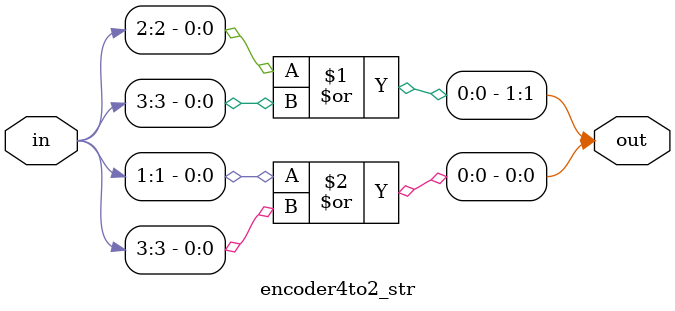
<source format=v>
`timescale 1ns / 1ps
module encoder4to2bh(
    input [3:0] in,
    output reg [1:0] out
);
    always @(*) begin
        case (in)
            4'b0001: out = 2'b00;
            4'b0010: out = 2'b01;
            4'b0100: out = 2'b10;
            4'b1000: out = 2'b11;
            default: out = 2'bxx;
        endcase
    end
endmodule

// 4-to-2 Encoder Dataflow Model
module encoder4to2_df (
    input [3:0] in,
    output [1:0] out
);
    assign out[1] = in[2] | in[3];
    assign out[0] = in[1] | in[3]; 
endmodule

// 4-to-2 Encoder Structural Model
module encoder4to2_str (
    input [3:0] in,
    output [1:0] out
);
    or g1(out[1], in[2], in[3]);
    or g2(out[0], in[1], in[3]);
endmodule


</source>
